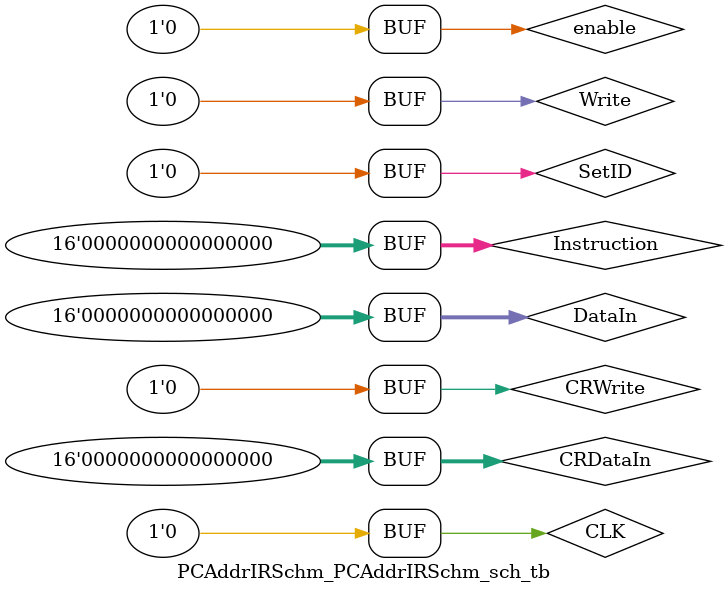
<source format=v>

`timescale 1ns / 1ps

module PCAddrIRSchm_PCAddrIRSchm_sch_tb();

// Inputs
   reg CLK;
   reg enable;
   reg [15:0] Instruction;
   reg [15:0] CRDataIn;
   reg SetID;
   reg Write;
   reg CRWrite;
   reg [15:0] DataIn;

// Output
   wire [15:0] CoolData;
   wire [15:0] ReadDataA;
   wire [15:0] SEOUT;

// Bidirs

// Instantiate the UUT
   PCAddrIRSchm UUT (
		.CLK(CLK), 
		.enable(enable), 
		.Instruction(Instruction), 
		.CRDataIn(CRDataIn), 
		.SetID(SetID), 
		.Write(Write), //reg
		.CRWrite(CRWrite), 
		.CoolData(CoolData), 
		.ReadDataA(ReadDataA), 
		.DataIn(DataIn), 
		.SEOUT(SEOUT)
   );

	initial begin
	//initialize inputs
	CLK = 0;
	enable = 0;
	Instruction = 0;
	CRDataIn = 0;
	SetID = 0;
	Write = 0;
	CRWrite = 0;
	DataIn = 0;
	//seout, readata, cooldataa
	
	
	#100;
	end
endmodule

</source>
